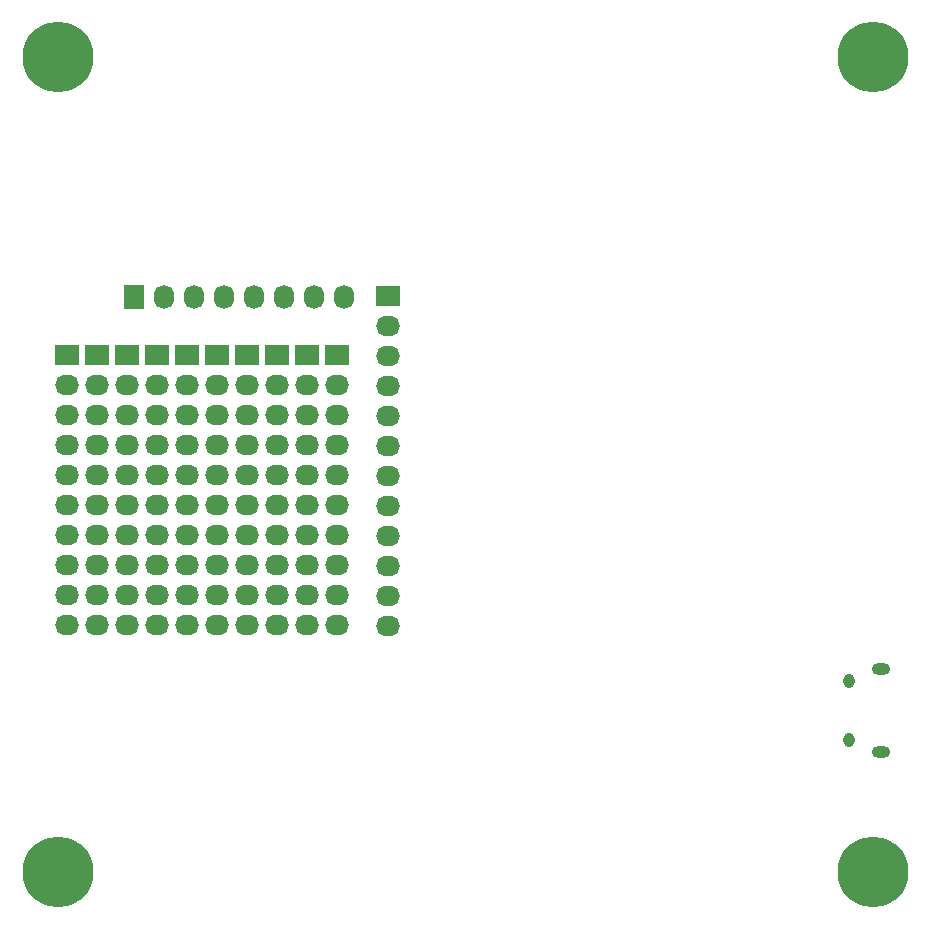
<source format=gbr>
G04 #@! TF.FileFunction,Soldermask,Bot*
%FSLAX46Y46*%
G04 Gerber Fmt 4.6, Leading zero omitted, Abs format (unit mm)*
G04 Created by KiCad (PCBNEW 4.0.7) date 02/28/18 12:52:47*
%MOMM*%
%LPD*%
G01*
G04 APERTURE LIST*
%ADD10C,0.100000*%
%ADD11C,6.000000*%
%ADD12R,2.032000X1.727200*%
%ADD13O,2.032000X1.727200*%
%ADD14O,0.950000X1.250000*%
%ADD15O,1.550000X1.000000*%
%ADD16R,1.727200X2.032000*%
%ADD17O,1.727200X2.032000*%
G04 APERTURE END LIST*
D10*
D11*
X100000000Y-100000000D03*
X100000000Y-169000000D03*
X169000000Y-169000000D03*
D12*
X123630000Y-125220000D03*
D13*
X123630000Y-127760000D03*
X123630000Y-130300000D03*
X123630000Y-132840000D03*
X123630000Y-135380000D03*
X123630000Y-137920000D03*
X123630000Y-140460000D03*
X123630000Y-143000000D03*
X123630000Y-145540000D03*
X123630000Y-148080000D03*
D12*
X121090000Y-125220000D03*
D13*
X121090000Y-127760000D03*
X121090000Y-130300000D03*
X121090000Y-132840000D03*
X121090000Y-135380000D03*
X121090000Y-137920000D03*
X121090000Y-140460000D03*
X121090000Y-143000000D03*
X121090000Y-145540000D03*
X121090000Y-148080000D03*
D12*
X118550000Y-125220000D03*
D13*
X118550000Y-127760000D03*
X118550000Y-130300000D03*
X118550000Y-132840000D03*
X118550000Y-135380000D03*
X118550000Y-137920000D03*
X118550000Y-140460000D03*
X118550000Y-143000000D03*
X118550000Y-145540000D03*
X118550000Y-148080000D03*
D12*
X116010000Y-125220000D03*
D13*
X116010000Y-127760000D03*
X116010000Y-130300000D03*
X116010000Y-132840000D03*
X116010000Y-135380000D03*
X116010000Y-137920000D03*
X116010000Y-140460000D03*
X116010000Y-143000000D03*
X116010000Y-145540000D03*
X116010000Y-148080000D03*
D12*
X113470000Y-125220000D03*
D13*
X113470000Y-127760000D03*
X113470000Y-130300000D03*
X113470000Y-132840000D03*
X113470000Y-135380000D03*
X113470000Y-137920000D03*
X113470000Y-140460000D03*
X113470000Y-143000000D03*
X113470000Y-145540000D03*
X113470000Y-148080000D03*
D12*
X110930000Y-125220000D03*
D13*
X110930000Y-127760000D03*
X110930000Y-130300000D03*
X110930000Y-132840000D03*
X110930000Y-135380000D03*
X110930000Y-137920000D03*
X110930000Y-140460000D03*
X110930000Y-143000000D03*
X110930000Y-145540000D03*
X110930000Y-148080000D03*
D12*
X108390000Y-125220000D03*
D13*
X108390000Y-127760000D03*
X108390000Y-130300000D03*
X108390000Y-132840000D03*
X108390000Y-135380000D03*
X108390000Y-137920000D03*
X108390000Y-140460000D03*
X108390000Y-143000000D03*
X108390000Y-145540000D03*
X108390000Y-148080000D03*
D12*
X105850000Y-125220000D03*
D13*
X105850000Y-127760000D03*
X105850000Y-130300000D03*
X105850000Y-132840000D03*
X105850000Y-135380000D03*
X105850000Y-137920000D03*
X105850000Y-140460000D03*
X105850000Y-143000000D03*
X105850000Y-145540000D03*
X105850000Y-148080000D03*
D12*
X103310000Y-125220000D03*
D13*
X103310000Y-127760000D03*
X103310000Y-130300000D03*
X103310000Y-132840000D03*
X103310000Y-135380000D03*
X103310000Y-137920000D03*
X103310000Y-140460000D03*
X103310000Y-143000000D03*
X103310000Y-145540000D03*
X103310000Y-148080000D03*
D14*
X167037460Y-157800900D03*
X167037460Y-152800900D03*
D15*
X169737460Y-158800900D03*
X169737460Y-151800900D03*
D12*
X127980000Y-120230000D03*
D13*
X127980000Y-122770000D03*
X127980000Y-125310000D03*
X127980000Y-127850000D03*
X127980000Y-130390000D03*
X127980000Y-132930000D03*
X127980000Y-135470000D03*
X127980000Y-138010000D03*
X127980000Y-140550000D03*
X127980000Y-143090000D03*
X127980000Y-145630000D03*
X127980000Y-148170000D03*
D12*
X100770000Y-125220000D03*
D13*
X100770000Y-127760000D03*
X100770000Y-130300000D03*
X100770000Y-132840000D03*
X100770000Y-135380000D03*
X100770000Y-137920000D03*
X100770000Y-140460000D03*
X100770000Y-143000000D03*
X100770000Y-145540000D03*
X100770000Y-148080000D03*
D11*
X169000000Y-100000000D03*
D16*
X106480000Y-120300000D03*
D17*
X109020000Y-120300000D03*
X111560000Y-120300000D03*
X114100000Y-120300000D03*
X116640000Y-120300000D03*
X119180000Y-120300000D03*
X121720000Y-120300000D03*
X124260000Y-120300000D03*
M02*

</source>
